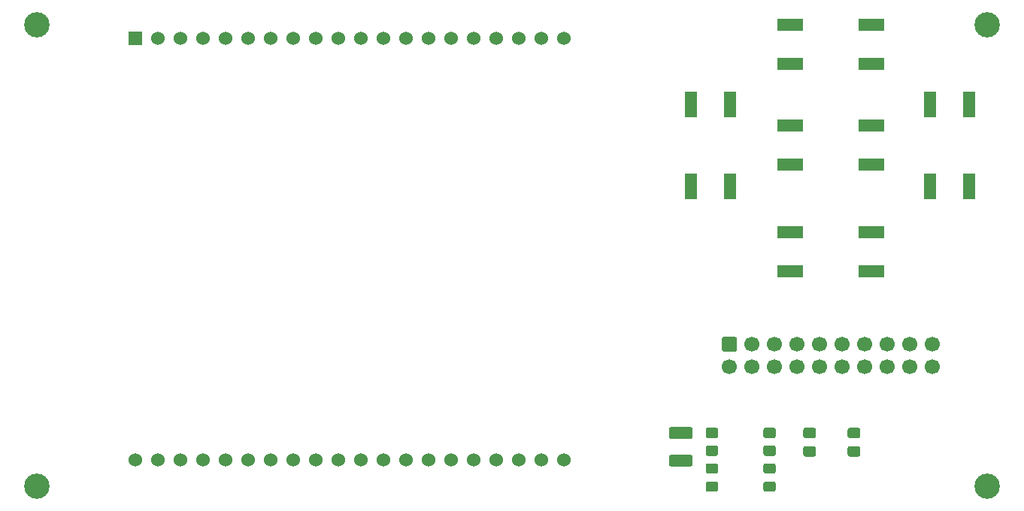
<source format=gbr>
%TF.GenerationSoftware,KiCad,Pcbnew,(5.1.10)-1*%
%TF.CreationDate,2022-03-09T11:46:58-05:00*%
%TF.ProjectId,PacMan-display,5061634d-616e-42d6-9469-73706c61792e,1.0*%
%TF.SameCoordinates,Original*%
%TF.FileFunction,Soldermask,Top*%
%TF.FilePolarity,Negative*%
%FSLAX46Y46*%
G04 Gerber Fmt 4.6, Leading zero omitted, Abs format (unit mm)*
G04 Created by KiCad (PCBNEW (5.1.10)-1) date 2022-03-09 11:46:58*
%MOMM*%
%LPD*%
G01*
G04 APERTURE LIST*
%ADD10C,1.524000*%
%ADD11R,1.524000X1.524000*%
%ADD12C,1.700000*%
%ADD13R,3.000000X1.400000*%
%ADD14R,1.400000X3.000000*%
%ADD15C,2.844800*%
G04 APERTURE END LIST*
%TO.C,R2*%
G36*
G01*
X168233999Y-119898000D02*
X169134001Y-119898000D01*
G75*
G02*
X169384000Y-120147999I0J-249999D01*
G01*
X169384000Y-120848001D01*
G75*
G02*
X169134001Y-121098000I-249999J0D01*
G01*
X168233999Y-121098000D01*
G75*
G02*
X167984000Y-120848001I0J249999D01*
G01*
X167984000Y-120147999D01*
G75*
G02*
X168233999Y-119898000I249999J0D01*
G01*
G37*
G36*
G01*
X168233999Y-117898000D02*
X169134001Y-117898000D01*
G75*
G02*
X169384000Y-118147999I0J-249999D01*
G01*
X169384000Y-118848001D01*
G75*
G02*
X169134001Y-119098000I-249999J0D01*
G01*
X168233999Y-119098000D01*
G75*
G02*
X167984000Y-118848001I0J249999D01*
G01*
X167984000Y-118147999D01*
G75*
G02*
X168233999Y-117898000I249999J0D01*
G01*
G37*
%TD*%
%TO.C,D2*%
G36*
G01*
X169134001Y-123073000D02*
X168233999Y-123073000D01*
G75*
G02*
X167984000Y-122823001I0J249999D01*
G01*
X167984000Y-122172999D01*
G75*
G02*
X168233999Y-121923000I249999J0D01*
G01*
X169134001Y-121923000D01*
G75*
G02*
X169384000Y-122172999I0J-249999D01*
G01*
X169384000Y-122823001D01*
G75*
G02*
X169134001Y-123073000I-249999J0D01*
G01*
G37*
G36*
G01*
X169134001Y-125123000D02*
X168233999Y-125123000D01*
G75*
G02*
X167984000Y-124873001I0J249999D01*
G01*
X167984000Y-124222999D01*
G75*
G02*
X168233999Y-123973000I249999J0D01*
G01*
X169134001Y-123973000D01*
G75*
G02*
X169384000Y-124222999I0J-249999D01*
G01*
X169384000Y-124873001D01*
G75*
G02*
X169134001Y-125123000I-249999J0D01*
G01*
G37*
%TD*%
%TO.C,D1*%
G36*
G01*
X162634001Y-123073000D02*
X161733999Y-123073000D01*
G75*
G02*
X161484000Y-122823001I0J249999D01*
G01*
X161484000Y-122172999D01*
G75*
G02*
X161733999Y-121923000I249999J0D01*
G01*
X162634001Y-121923000D01*
G75*
G02*
X162884000Y-122172999I0J-249999D01*
G01*
X162884000Y-122823001D01*
G75*
G02*
X162634001Y-123073000I-249999J0D01*
G01*
G37*
G36*
G01*
X162634001Y-125123000D02*
X161733999Y-125123000D01*
G75*
G02*
X161484000Y-124873001I0J249999D01*
G01*
X161484000Y-124222999D01*
G75*
G02*
X161733999Y-123973000I249999J0D01*
G01*
X162634001Y-123973000D01*
G75*
G02*
X162884000Y-124222999I0J-249999D01*
G01*
X162884000Y-124873001D01*
G75*
G02*
X162634001Y-125123000I-249999J0D01*
G01*
G37*
%TD*%
%TO.C,C3*%
G36*
G01*
X177709000Y-119985500D02*
X178659000Y-119985500D01*
G75*
G02*
X178909000Y-120235500I0J-250000D01*
G01*
X178909000Y-120910500D01*
G75*
G02*
X178659000Y-121160500I-250000J0D01*
G01*
X177709000Y-121160500D01*
G75*
G02*
X177459000Y-120910500I0J250000D01*
G01*
X177459000Y-120235500D01*
G75*
G02*
X177709000Y-119985500I250000J0D01*
G01*
G37*
G36*
G01*
X177709000Y-117910500D02*
X178659000Y-117910500D01*
G75*
G02*
X178909000Y-118160500I0J-250000D01*
G01*
X178909000Y-118835500D01*
G75*
G02*
X178659000Y-119085500I-250000J0D01*
G01*
X177709000Y-119085500D01*
G75*
G02*
X177459000Y-118835500I0J250000D01*
G01*
X177459000Y-118160500D01*
G75*
G02*
X177709000Y-117910500I250000J0D01*
G01*
G37*
%TD*%
D10*
%TO.C,U1*%
X145556000Y-121536000D03*
X143016000Y-121536000D03*
X140476000Y-121536000D03*
X137936000Y-121536000D03*
X135396000Y-121536000D03*
X132856000Y-121536000D03*
X130316000Y-121536000D03*
X127776000Y-121536000D03*
X125236000Y-121536000D03*
X122696000Y-121536000D03*
X120156000Y-121536000D03*
X117616000Y-121536000D03*
X115076000Y-121536000D03*
X112536000Y-121536000D03*
X109996000Y-121536000D03*
X107456000Y-121536000D03*
X104916000Y-121536000D03*
X102376000Y-121536000D03*
X99836000Y-121536000D03*
X97296000Y-121536000D03*
X145556000Y-74038000D03*
X143016000Y-74038000D03*
X140476000Y-74038000D03*
X137936000Y-74038000D03*
X135396000Y-74038000D03*
X132856000Y-74038000D03*
X130316000Y-74038000D03*
X127776000Y-74038000D03*
X125236000Y-74038000D03*
X122696000Y-74038000D03*
X120156000Y-74038000D03*
X117616000Y-74038000D03*
X115076000Y-74038000D03*
X112536000Y-74038000D03*
X109996000Y-74038000D03*
X107456000Y-74038000D03*
X104916000Y-74038000D03*
X102376000Y-74038000D03*
X99836000Y-74038000D03*
D11*
X97296000Y-74038000D03*
%TD*%
%TO.C,R1*%
G36*
G01*
X161733999Y-119898000D02*
X162634001Y-119898000D01*
G75*
G02*
X162884000Y-120147999I0J-249999D01*
G01*
X162884000Y-120848001D01*
G75*
G02*
X162634001Y-121098000I-249999J0D01*
G01*
X161733999Y-121098000D01*
G75*
G02*
X161484000Y-120848001I0J249999D01*
G01*
X161484000Y-120147999D01*
G75*
G02*
X161733999Y-119898000I249999J0D01*
G01*
G37*
G36*
G01*
X161733999Y-117898000D02*
X162634001Y-117898000D01*
G75*
G02*
X162884000Y-118147999I0J-249999D01*
G01*
X162884000Y-118848001D01*
G75*
G02*
X162634001Y-119098000I-249999J0D01*
G01*
X161733999Y-119098000D01*
G75*
G02*
X161484000Y-118848001I0J249999D01*
G01*
X161484000Y-118147999D01*
G75*
G02*
X161733999Y-117898000I249999J0D01*
G01*
G37*
%TD*%
D12*
%TO.C,J1*%
X187014000Y-111038000D03*
X184474000Y-111038000D03*
X181934000Y-111038000D03*
X179394000Y-111038000D03*
X176854000Y-111038000D03*
X174314000Y-111038000D03*
X171774000Y-111038000D03*
X169234000Y-111038000D03*
X166694000Y-111038000D03*
X164154000Y-111038000D03*
X187014000Y-108498000D03*
X184474000Y-108498000D03*
X181934000Y-108498000D03*
X179394000Y-108498000D03*
X176854000Y-108498000D03*
X174314000Y-108498000D03*
X171774000Y-108498000D03*
X169234000Y-108498000D03*
X166694000Y-108498000D03*
G36*
G01*
X163554000Y-107648000D02*
X164754000Y-107648000D01*
G75*
G02*
X165004000Y-107898000I0J-250000D01*
G01*
X165004000Y-109098000D01*
G75*
G02*
X164754000Y-109348000I-250000J0D01*
G01*
X163554000Y-109348000D01*
G75*
G02*
X163304000Y-109098000I0J250000D01*
G01*
X163304000Y-107898000D01*
G75*
G02*
X163554000Y-107648000I250000J0D01*
G01*
G37*
%TD*%
%TO.C,C2*%
G36*
G01*
X172709000Y-119985500D02*
X173659000Y-119985500D01*
G75*
G02*
X173909000Y-120235500I0J-250000D01*
G01*
X173909000Y-120910500D01*
G75*
G02*
X173659000Y-121160500I-250000J0D01*
G01*
X172709000Y-121160500D01*
G75*
G02*
X172459000Y-120910500I0J250000D01*
G01*
X172459000Y-120235500D01*
G75*
G02*
X172709000Y-119985500I250000J0D01*
G01*
G37*
G36*
G01*
X172709000Y-117910500D02*
X173659000Y-117910500D01*
G75*
G02*
X173909000Y-118160500I0J-250000D01*
G01*
X173909000Y-118835500D01*
G75*
G02*
X173659000Y-119085500I-250000J0D01*
G01*
X172709000Y-119085500D01*
G75*
G02*
X172459000Y-118835500I0J250000D01*
G01*
X172459000Y-118160500D01*
G75*
G02*
X172709000Y-117910500I250000J0D01*
G01*
G37*
%TD*%
%TO.C,C1*%
G36*
G01*
X157583998Y-120960500D02*
X159784002Y-120960500D01*
G75*
G02*
X160034000Y-121210498I0J-249998D01*
G01*
X160034000Y-122035502D01*
G75*
G02*
X159784002Y-122285500I-249998J0D01*
G01*
X157583998Y-122285500D01*
G75*
G02*
X157334000Y-122035502I0J249998D01*
G01*
X157334000Y-121210498D01*
G75*
G02*
X157583998Y-120960500I249998J0D01*
G01*
G37*
G36*
G01*
X157583998Y-117835500D02*
X159784002Y-117835500D01*
G75*
G02*
X160034000Y-118085498I0J-249998D01*
G01*
X160034000Y-118910502D01*
G75*
G02*
X159784002Y-119160500I-249998J0D01*
G01*
X157583998Y-119160500D01*
G75*
G02*
X157334000Y-118910502I0J249998D01*
G01*
X157334000Y-118085498D01*
G75*
G02*
X157583998Y-117835500I249998J0D01*
G01*
G37*
%TD*%
D13*
%TO.C,BTN5*%
X180184000Y-83898000D03*
X180184000Y-88298000D03*
X170984000Y-88298000D03*
X170984000Y-83898000D03*
%TD*%
%TO.C,BTN4*%
X180184000Y-95898000D03*
X180184000Y-100298000D03*
X170984000Y-100298000D03*
X170984000Y-95898000D03*
%TD*%
%TO.C,BTN3*%
X180184000Y-72498000D03*
X180184000Y-76898000D03*
X170984000Y-76898000D03*
X170984000Y-72498000D03*
%TD*%
D14*
%TO.C,BTN2*%
X191184000Y-90698000D03*
X186784000Y-90698000D03*
X186784000Y-81498000D03*
X191184000Y-81498000D03*
%TD*%
%TO.C,BTN1*%
X164184000Y-90698000D03*
X159784000Y-90698000D03*
X159784000Y-81498000D03*
X164184000Y-81498000D03*
%TD*%
D15*
%TO.C,H4*%
X86184000Y-124498000D03*
%TD*%
%TO.C,H3*%
X193184000Y-124498000D03*
%TD*%
%TO.C,H2*%
X193184000Y-72498000D03*
%TD*%
%TO.C,H1*%
X86184000Y-72498000D03*
%TD*%
M02*

</source>
